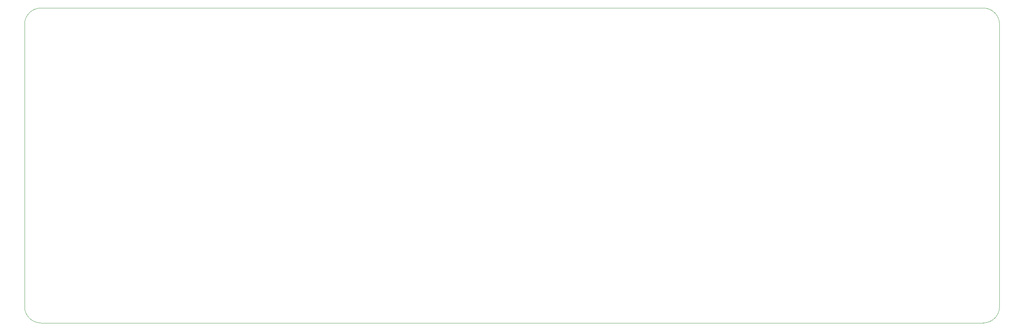
<source format=gbr>
%TF.GenerationSoftware,KiCad,Pcbnew,7.0.9*%
%TF.CreationDate,2024-02-13T22:10:24+01:00*%
%TF.ProjectId,bratski_keyboard,62726174-736b-4695-9f6b-6579626f6172,rev?*%
%TF.SameCoordinates,Original*%
%TF.FileFunction,Profile,NP*%
%FSLAX46Y46*%
G04 Gerber Fmt 4.6, Leading zero omitted, Abs format (unit mm)*
G04 Created by KiCad (PCBNEW 7.0.9) date 2024-02-13 22:10:24*
%MOMM*%
%LPD*%
G01*
G04 APERTURE LIST*
%TA.AperFunction,Profile*%
%ADD10C,0.100000*%
%TD*%
G04 APERTURE END LIST*
D10*
X34925000Y-42862500D02*
G75*
G03*
X30956250Y-46831250I0J-3968750D01*
G01*
X30956250Y-115887500D02*
G75*
G03*
X34925000Y-119856250I3968750J0D01*
G01*
X265112500Y-42862500D02*
X34925000Y-42862500D01*
X269081250Y-115887500D02*
X269081250Y-46831250D01*
X269081300Y-46831250D02*
G75*
G03*
X265112500Y-42862500I-3968800J-50D01*
G01*
X30956250Y-46831250D02*
X30956250Y-115887500D01*
X265112500Y-119856250D02*
G75*
G03*
X269081250Y-115887500I0J3968750D01*
G01*
X34925000Y-119856250D02*
X265112500Y-119856250D01*
M02*

</source>
